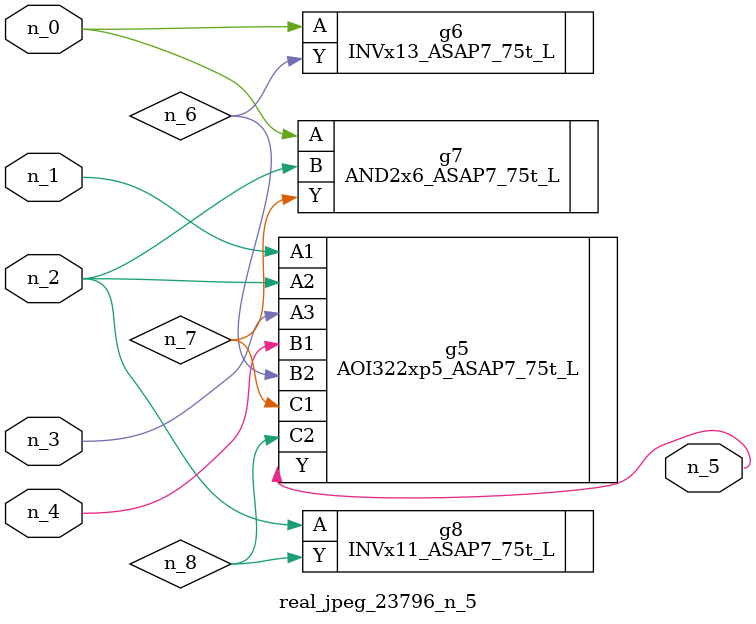
<source format=v>
module real_jpeg_23796_n_5 (n_4, n_0, n_1, n_2, n_3, n_5);

input n_4;
input n_0;
input n_1;
input n_2;
input n_3;

output n_5;

wire n_8;
wire n_6;
wire n_7;

INVx13_ASAP7_75t_L g6 ( 
.A(n_0),
.Y(n_6)
);

AND2x6_ASAP7_75t_L g7 ( 
.A(n_0),
.B(n_2),
.Y(n_7)
);

AOI322xp5_ASAP7_75t_L g5 ( 
.A1(n_1),
.A2(n_2),
.A3(n_3),
.B1(n_4),
.B2(n_6),
.C1(n_7),
.C2(n_8),
.Y(n_5)
);

INVx11_ASAP7_75t_L g8 ( 
.A(n_2),
.Y(n_8)
);


endmodule
</source>
